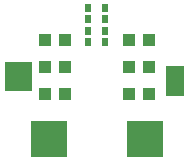
<source format=gtp>
%TF.GenerationSoftware,KiCad,Pcbnew,5.1.8-db9833491~88~ubuntu20.04.1*%
%TF.CreationDate,2020-12-19T13:22:12+05:30*%
%TF.ProjectId,SparkFun_APDS-9960_RGB_and_Gesture_Sensor,53706172-6b46-4756-9e5f-415044532d39,rev?*%
%TF.SameCoordinates,Original*%
%TF.FileFunction,Paste,Top*%
%TF.FilePolarity,Positive*%
%FSLAX46Y46*%
G04 Gerber Fmt 4.6, Leading zero omitted, Abs format (unit mm)*
G04 Created by KiCad (PCBNEW 5.1.8-db9833491~88~ubuntu20.04.1) date 2020-12-19 13:22:12*
%MOMM*%
%LPD*%
G01*
G04 APERTURE LIST*
%ADD10C,0.100000*%
%ADD11R,1.270000X0.635000*%
%ADD12R,0.600000X0.720000*%
%ADD13R,3.048000X3.048000*%
%ADD14R,1.100000X1.000000*%
G04 APERTURE END LIST*
D10*
%TO.C,SJ2*%
G36*
X129159000Y-86817200D02*
G01*
X129159000Y-84378800D01*
X126873000Y-84378800D01*
X126873000Y-86817200D01*
X129159000Y-86817200D01*
G37*
%TO.C,SJ1*%
G36*
X141986000Y-87249000D02*
G01*
X141986000Y-84709000D01*
X140462000Y-84709000D01*
X140462000Y-87249000D01*
X141986000Y-87249000D01*
G37*
%TD*%
D11*
%TO.C,SJ2*%
X128016000Y-86009900D03*
X128016000Y-85186100D03*
%TD*%
D12*
%TO.C,U1*%
X135320000Y-79825000D03*
X135320000Y-80795000D03*
X135320000Y-81765000D03*
X135320000Y-82735000D03*
X133920000Y-82735000D03*
X133920000Y-81765000D03*
X133920000Y-80795000D03*
X133920000Y-79825000D03*
%TD*%
D13*
%TO.C,C1*%
X138684000Y-90932000D03*
X130556000Y-90932000D03*
%TD*%
D14*
%TO.C,C2*%
X130214000Y-87122000D03*
X131914000Y-87122000D03*
%TD*%
%TO.C,C3*%
X131914000Y-82550000D03*
X130214000Y-82550000D03*
%TD*%
%TO.C,R1*%
X139026000Y-82550000D03*
X137326000Y-82550000D03*
%TD*%
%TO.C,R2*%
X139026000Y-84836000D03*
X137326000Y-84836000D03*
%TD*%
%TO.C,R3*%
X139026000Y-87122000D03*
X137326000Y-87122000D03*
%TD*%
%TO.C,R4*%
X130214000Y-84836000D03*
X131914000Y-84836000D03*
%TD*%
M02*

</source>
